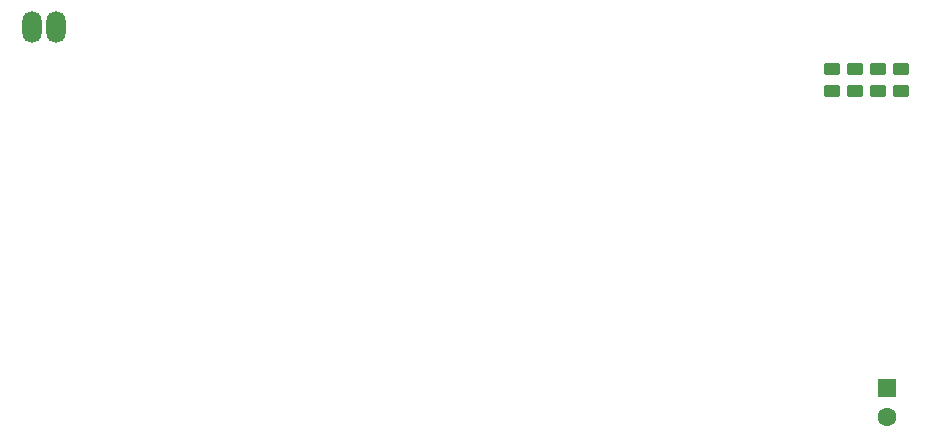
<source format=gbr>
%TF.GenerationSoftware,KiCad,Pcbnew,7.0.8*%
%TF.CreationDate,2023-12-31T22:49:09+00:00*%
%TF.ProjectId,pce-gt-controller,7063652d-6774-42d6-936f-6e74726f6c6c,BF1.1*%
%TF.SameCoordinates,Original*%
%TF.FileFunction,Soldermask,Bot*%
%TF.FilePolarity,Negative*%
%FSLAX46Y46*%
G04 Gerber Fmt 4.6, Leading zero omitted, Abs format (unit mm)*
G04 Created by KiCad (PCBNEW 7.0.8) date 2023-12-31 22:49:09*
%MOMM*%
%LPD*%
G01*
G04 APERTURE LIST*
G04 Aperture macros list*
%AMRoundRect*
0 Rectangle with rounded corners*
0 $1 Rounding radius*
0 $2 $3 $4 $5 $6 $7 $8 $9 X,Y pos of 4 corners*
0 Add a 4 corners polygon primitive as box body*
4,1,4,$2,$3,$4,$5,$6,$7,$8,$9,$2,$3,0*
0 Add four circle primitives for the rounded corners*
1,1,$1+$1,$2,$3*
1,1,$1+$1,$4,$5*
1,1,$1+$1,$6,$7*
1,1,$1+$1,$8,$9*
0 Add four rect primitives between the rounded corners*
20,1,$1+$1,$2,$3,$4,$5,0*
20,1,$1+$1,$4,$5,$6,$7,0*
20,1,$1+$1,$6,$7,$8,$9,0*
20,1,$1+$1,$8,$9,$2,$3,0*%
G04 Aperture macros list end*
%ADD10O,1.642500X2.715000*%
%ADD11R,1.600000X1.600000*%
%ADD12C,1.600000*%
%ADD13RoundRect,0.250000X-0.450000X0.262500X-0.450000X-0.262500X0.450000X-0.262500X0.450000X0.262500X0*%
G04 APERTURE END LIST*
D10*
%TO.C,CN801*%
X88136295Y-35824334D03*
X90217545Y-35824334D03*
%TD*%
D11*
%TO.C,CC800*%
X160570000Y-66380000D03*
D12*
X160570000Y-68880000D03*
%TD*%
D13*
%TO.C,R714*%
X161690000Y-39445000D03*
X161690000Y-41270000D03*
%TD*%
%TO.C,R716*%
X157820000Y-39445000D03*
X157820000Y-41270000D03*
%TD*%
%TO.C,R715*%
X159750000Y-39445000D03*
X159750000Y-41270000D03*
%TD*%
%TO.C,R717*%
X155870000Y-39445000D03*
X155870000Y-41270000D03*
%TD*%
M02*

</source>
